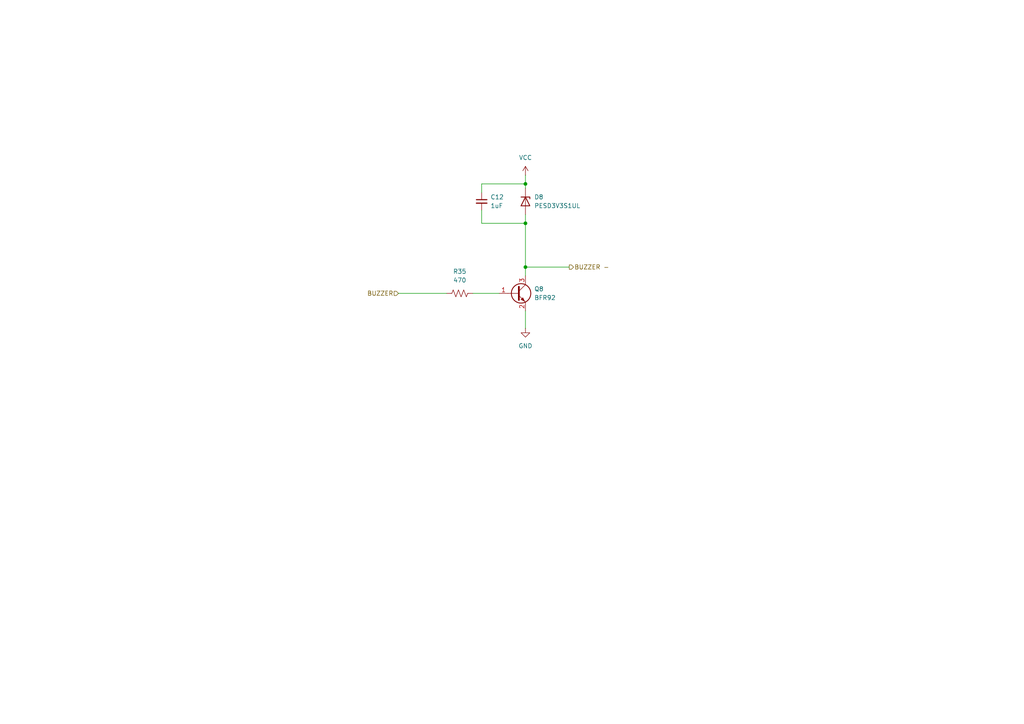
<source format=kicad_sch>
(kicad_sch
	(version 20250114)
	(generator "eeschema")
	(generator_version "9.0")
	(uuid "0cab415d-2c16-4f54-a2c8-b9844aac01d8")
	(paper "A4")
	(lib_symbols
		(symbol "Device:C_Small"
			(pin_numbers
				(hide yes)
			)
			(pin_names
				(offset 0.254)
				(hide yes)
			)
			(exclude_from_sim no)
			(in_bom yes)
			(on_board yes)
			(property "Reference" "C"
				(at 0.254 1.778 0)
				(effects
					(font
						(size 1.27 1.27)
					)
					(justify left)
				)
			)
			(property "Value" "C_Small"
				(at 0.254 -2.032 0)
				(effects
					(font
						(size 1.27 1.27)
					)
					(justify left)
				)
			)
			(property "Footprint" ""
				(at 0 0 0)
				(effects
					(font
						(size 1.27 1.27)
					)
					(hide yes)
				)
			)
			(property "Datasheet" "~"
				(at 0 0 0)
				(effects
					(font
						(size 1.27 1.27)
					)
					(hide yes)
				)
			)
			(property "Description" "Unpolarized capacitor, small symbol"
				(at 0 0 0)
				(effects
					(font
						(size 1.27 1.27)
					)
					(hide yes)
				)
			)
			(property "ki_keywords" "capacitor cap"
				(at 0 0 0)
				(effects
					(font
						(size 1.27 1.27)
					)
					(hide yes)
				)
			)
			(property "ki_fp_filters" "C_*"
				(at 0 0 0)
				(effects
					(font
						(size 1.27 1.27)
					)
					(hide yes)
				)
			)
			(symbol "C_Small_0_1"
				(polyline
					(pts
						(xy -1.524 0.508) (xy 1.524 0.508)
					)
					(stroke
						(width 0.3048)
						(type default)
					)
					(fill
						(type none)
					)
				)
				(polyline
					(pts
						(xy -1.524 -0.508) (xy 1.524 -0.508)
					)
					(stroke
						(width 0.3302)
						(type default)
					)
					(fill
						(type none)
					)
				)
			)
			(symbol "C_Small_1_1"
				(pin passive line
					(at 0 2.54 270)
					(length 2.032)
					(name "~"
						(effects
							(font
								(size 1.27 1.27)
							)
						)
					)
					(number "1"
						(effects
							(font
								(size 1.27 1.27)
							)
						)
					)
				)
				(pin passive line
					(at 0 -2.54 90)
					(length 2.032)
					(name "~"
						(effects
							(font
								(size 1.27 1.27)
							)
						)
					)
					(number "2"
						(effects
							(font
								(size 1.27 1.27)
							)
						)
					)
				)
			)
			(embedded_fonts no)
		)
		(symbol "Device:R_US"
			(pin_numbers
				(hide yes)
			)
			(pin_names
				(offset 0)
			)
			(exclude_from_sim no)
			(in_bom yes)
			(on_board yes)
			(property "Reference" "R"
				(at 2.54 0 90)
				(effects
					(font
						(size 1.27 1.27)
					)
				)
			)
			(property "Value" "R_US"
				(at -2.54 0 90)
				(effects
					(font
						(size 1.27 1.27)
					)
				)
			)
			(property "Footprint" ""
				(at 1.016 -0.254 90)
				(effects
					(font
						(size 1.27 1.27)
					)
					(hide yes)
				)
			)
			(property "Datasheet" "~"
				(at 0 0 0)
				(effects
					(font
						(size 1.27 1.27)
					)
					(hide yes)
				)
			)
			(property "Description" "Resistor, US symbol"
				(at 0 0 0)
				(effects
					(font
						(size 1.27 1.27)
					)
					(hide yes)
				)
			)
			(property "ki_keywords" "R res resistor"
				(at 0 0 0)
				(effects
					(font
						(size 1.27 1.27)
					)
					(hide yes)
				)
			)
			(property "ki_fp_filters" "R_*"
				(at 0 0 0)
				(effects
					(font
						(size 1.27 1.27)
					)
					(hide yes)
				)
			)
			(symbol "R_US_0_1"
				(polyline
					(pts
						(xy 0 2.286) (xy 0 2.54)
					)
					(stroke
						(width 0)
						(type default)
					)
					(fill
						(type none)
					)
				)
				(polyline
					(pts
						(xy 0 2.286) (xy 1.016 1.905) (xy 0 1.524) (xy -1.016 1.143) (xy 0 0.762)
					)
					(stroke
						(width 0)
						(type default)
					)
					(fill
						(type none)
					)
				)
				(polyline
					(pts
						(xy 0 0.762) (xy 1.016 0.381) (xy 0 0) (xy -1.016 -0.381) (xy 0 -0.762)
					)
					(stroke
						(width 0)
						(type default)
					)
					(fill
						(type none)
					)
				)
				(polyline
					(pts
						(xy 0 -0.762) (xy 1.016 -1.143) (xy 0 -1.524) (xy -1.016 -1.905) (xy 0 -2.286)
					)
					(stroke
						(width 0)
						(type default)
					)
					(fill
						(type none)
					)
				)
				(polyline
					(pts
						(xy 0 -2.286) (xy 0 -2.54)
					)
					(stroke
						(width 0)
						(type default)
					)
					(fill
						(type none)
					)
				)
			)
			(symbol "R_US_1_1"
				(pin passive line
					(at 0 3.81 270)
					(length 1.27)
					(name "~"
						(effects
							(font
								(size 1.27 1.27)
							)
						)
					)
					(number "1"
						(effects
							(font
								(size 1.27 1.27)
							)
						)
					)
				)
				(pin passive line
					(at 0 -3.81 90)
					(length 1.27)
					(name "~"
						(effects
							(font
								(size 1.27 1.27)
							)
						)
					)
					(number "2"
						(effects
							(font
								(size 1.27 1.27)
							)
						)
					)
				)
			)
			(embedded_fonts no)
		)
		(symbol "Diode:PESD3V3S1UL"
			(pin_numbers
				(hide yes)
			)
			(pin_names
				(hide yes)
			)
			(exclude_from_sim no)
			(in_bom yes)
			(on_board yes)
			(property "Reference" "D"
				(at 0 2.54 0)
				(effects
					(font
						(size 1.27 1.27)
					)
				)
			)
			(property "Value" "PESD3V3S1UL"
				(at 0 -2.54 0)
				(effects
					(font
						(size 1.27 1.27)
					)
				)
			)
			(property "Footprint" "Diode_SMD:D_SOD-882"
				(at 0 -5.08 0)
				(effects
					(font
						(size 1.27 1.27)
					)
					(hide yes)
				)
			)
			(property "Datasheet" "https://assets.nexperia.com/documents/data-sheet/PESD3V3S1UL.pdf"
				(at 0 5.08 0)
				(effects
					(font
						(size 1.27 1.27)
					)
					(hide yes)
				)
			)
			(property "Description" "Unidirectional ESD protection diode, 3.3V, SOD-882"
				(at 0 7.62 0)
				(effects
					(font
						(size 1.27 1.27)
					)
					(hide yes)
				)
			)
			(property "ki_keywords" "diode"
				(at 0 0 0)
				(effects
					(font
						(size 1.27 1.27)
					)
					(hide yes)
				)
			)
			(property "ki_fp_filters" "D*SOD?882"
				(at 0 0 0)
				(effects
					(font
						(size 1.27 1.27)
					)
					(hide yes)
				)
			)
			(symbol "PESD3V3S1UL_0_1"
				(polyline
					(pts
						(xy -1.27 -1.27) (xy -1.27 1.27) (xy -0.762 1.27)
					)
					(stroke
						(width 0.254)
						(type default)
					)
					(fill
						(type none)
					)
				)
				(polyline
					(pts
						(xy 1.27 0) (xy -1.27 0)
					)
					(stroke
						(width 0)
						(type default)
					)
					(fill
						(type none)
					)
				)
				(polyline
					(pts
						(xy 1.27 -1.27) (xy 1.27 1.27) (xy -1.27 0) (xy 1.27 -1.27)
					)
					(stroke
						(width 0.254)
						(type default)
					)
					(fill
						(type none)
					)
				)
			)
			(symbol "PESD3V3S1UL_1_1"
				(pin passive line
					(at -3.81 0 0)
					(length 2.54)
					(name "K"
						(effects
							(font
								(size 1.27 1.27)
							)
						)
					)
					(number "1"
						(effects
							(font
								(size 1.27 1.27)
							)
						)
					)
				)
				(pin passive line
					(at 3.81 0 180)
					(length 2.54)
					(name "A"
						(effects
							(font
								(size 1.27 1.27)
							)
						)
					)
					(number "2"
						(effects
							(font
								(size 1.27 1.27)
							)
						)
					)
				)
			)
			(embedded_fonts no)
		)
		(symbol "Transistor_BJT:BFR92"
			(pin_names
				(offset 0)
				(hide yes)
			)
			(exclude_from_sim no)
			(in_bom yes)
			(on_board yes)
			(property "Reference" "Q"
				(at 5.08 1.905 0)
				(effects
					(font
						(size 1.27 1.27)
					)
					(justify left)
				)
			)
			(property "Value" "BFR92"
				(at 5.08 0 0)
				(effects
					(font
						(size 1.27 1.27)
					)
					(justify left)
				)
			)
			(property "Footprint" "Package_TO_SOT_SMD:SOT-323_SC-70"
				(at 5.08 -1.905 0)
				(effects
					(font
						(size 1.27 1.27)
						(italic yes)
					)
					(justify left)
					(hide yes)
				)
			)
			(property "Datasheet" "https://assets.nexperia.com/documents/data-sheet/BFR92A_N.pdf"
				(at 0 0 0)
				(effects
					(font
						(size 1.27 1.27)
					)
					(justify left)
					(hide yes)
				)
			)
			(property "Description" "0.025A Ic, 15V Vce, 5GHz Wideband NPN Transistor, SOT-323"
				(at 0 0 0)
				(effects
					(font
						(size 1.27 1.27)
					)
					(hide yes)
				)
			)
			(property "ki_keywords" "RF 5GHz NPN Transistor"
				(at 0 0 0)
				(effects
					(font
						(size 1.27 1.27)
					)
					(hide yes)
				)
			)
			(property "ki_fp_filters" "SOT?323*"
				(at 0 0 0)
				(effects
					(font
						(size 1.27 1.27)
					)
					(hide yes)
				)
			)
			(symbol "BFR92_0_1"
				(polyline
					(pts
						(xy -2.54 0) (xy 0.635 0)
					)
					(stroke
						(width 0)
						(type default)
					)
					(fill
						(type none)
					)
				)
				(polyline
					(pts
						(xy 0.635 1.905) (xy 0.635 -1.905)
					)
					(stroke
						(width 0.508)
						(type default)
					)
					(fill
						(type none)
					)
				)
				(circle
					(center 1.27 0)
					(radius 2.8194)
					(stroke
						(width 0.254)
						(type default)
					)
					(fill
						(type none)
					)
				)
			)
			(symbol "BFR92_1_1"
				(polyline
					(pts
						(xy 0.635 0.635) (xy 2.54 2.54)
					)
					(stroke
						(width 0)
						(type default)
					)
					(fill
						(type none)
					)
				)
				(polyline
					(pts
						(xy 0.635 -0.635) (xy 2.54 -2.54)
					)
					(stroke
						(width 0)
						(type default)
					)
					(fill
						(type none)
					)
				)
				(polyline
					(pts
						(xy 1.27 -1.778) (xy 1.778 -1.27) (xy 2.286 -2.286) (xy 1.27 -1.778)
					)
					(stroke
						(width 0)
						(type default)
					)
					(fill
						(type outline)
					)
				)
				(pin input line
					(at -5.08 0 0)
					(length 2.54)
					(name "B"
						(effects
							(font
								(size 1.27 1.27)
							)
						)
					)
					(number "1"
						(effects
							(font
								(size 1.27 1.27)
							)
						)
					)
				)
				(pin passive line
					(at 2.54 5.08 270)
					(length 2.54)
					(name "C"
						(effects
							(font
								(size 1.27 1.27)
							)
						)
					)
					(number "3"
						(effects
							(font
								(size 1.27 1.27)
							)
						)
					)
				)
				(pin passive line
					(at 2.54 -5.08 90)
					(length 2.54)
					(name "E"
						(effects
							(font
								(size 1.27 1.27)
							)
						)
					)
					(number "2"
						(effects
							(font
								(size 1.27 1.27)
							)
						)
					)
				)
			)
			(embedded_fonts no)
		)
		(symbol "power:GND"
			(power)
			(pin_numbers
				(hide yes)
			)
			(pin_names
				(offset 0)
				(hide yes)
			)
			(exclude_from_sim no)
			(in_bom yes)
			(on_board yes)
			(property "Reference" "#PWR"
				(at 0 -6.35 0)
				(effects
					(font
						(size 1.27 1.27)
					)
					(hide yes)
				)
			)
			(property "Value" "GND"
				(at 0 -3.81 0)
				(effects
					(font
						(size 1.27 1.27)
					)
				)
			)
			(property "Footprint" ""
				(at 0 0 0)
				(effects
					(font
						(size 1.27 1.27)
					)
					(hide yes)
				)
			)
			(property "Datasheet" ""
				(at 0 0 0)
				(effects
					(font
						(size 1.27 1.27)
					)
					(hide yes)
				)
			)
			(property "Description" "Power symbol creates a global label with name \"GND\" , ground"
				(at 0 0 0)
				(effects
					(font
						(size 1.27 1.27)
					)
					(hide yes)
				)
			)
			(property "ki_keywords" "global power"
				(at 0 0 0)
				(effects
					(font
						(size 1.27 1.27)
					)
					(hide yes)
				)
			)
			(symbol "GND_0_1"
				(polyline
					(pts
						(xy 0 0) (xy 0 -1.27) (xy 1.27 -1.27) (xy 0 -2.54) (xy -1.27 -1.27) (xy 0 -1.27)
					)
					(stroke
						(width 0)
						(type default)
					)
					(fill
						(type none)
					)
				)
			)
			(symbol "GND_1_1"
				(pin power_in line
					(at 0 0 270)
					(length 0)
					(name "~"
						(effects
							(font
								(size 1.27 1.27)
							)
						)
					)
					(number "1"
						(effects
							(font
								(size 1.27 1.27)
							)
						)
					)
				)
			)
			(embedded_fonts no)
		)
		(symbol "power:VCC"
			(power)
			(pin_numbers
				(hide yes)
			)
			(pin_names
				(offset 0)
				(hide yes)
			)
			(exclude_from_sim no)
			(in_bom yes)
			(on_board yes)
			(property "Reference" "#PWR"
				(at 0 -3.81 0)
				(effects
					(font
						(size 1.27 1.27)
					)
					(hide yes)
				)
			)
			(property "Value" "VCC"
				(at 0 3.556 0)
				(effects
					(font
						(size 1.27 1.27)
					)
				)
			)
			(property "Footprint" ""
				(at 0 0 0)
				(effects
					(font
						(size 1.27 1.27)
					)
					(hide yes)
				)
			)
			(property "Datasheet" ""
				(at 0 0 0)
				(effects
					(font
						(size 1.27 1.27)
					)
					(hide yes)
				)
			)
			(property "Description" "Power symbol creates a global label with name \"VCC\""
				(at 0 0 0)
				(effects
					(font
						(size 1.27 1.27)
					)
					(hide yes)
				)
			)
			(property "ki_keywords" "global power"
				(at 0 0 0)
				(effects
					(font
						(size 1.27 1.27)
					)
					(hide yes)
				)
			)
			(symbol "VCC_0_1"
				(polyline
					(pts
						(xy -0.762 1.27) (xy 0 2.54)
					)
					(stroke
						(width 0)
						(type default)
					)
					(fill
						(type none)
					)
				)
				(polyline
					(pts
						(xy 0 2.54) (xy 0.762 1.27)
					)
					(stroke
						(width 0)
						(type default)
					)
					(fill
						(type none)
					)
				)
				(polyline
					(pts
						(xy 0 0) (xy 0 2.54)
					)
					(stroke
						(width 0)
						(type default)
					)
					(fill
						(type none)
					)
				)
			)
			(symbol "VCC_1_1"
				(pin power_in line
					(at 0 0 90)
					(length 0)
					(name "~"
						(effects
							(font
								(size 1.27 1.27)
							)
						)
					)
					(number "1"
						(effects
							(font
								(size 1.27 1.27)
							)
						)
					)
				)
			)
			(embedded_fonts no)
		)
	)
	(junction
		(at 152.4 64.77)
		(diameter 0)
		(color 0 0 0 0)
		(uuid "2125ba1f-5a65-4293-bf6e-7acc47cd15d3")
	)
	(junction
		(at 152.4 77.47)
		(diameter 0)
		(color 0 0 0 0)
		(uuid "5a078286-49f4-43ea-808a-54c3f59e2a68")
	)
	(junction
		(at 152.4 53.34)
		(diameter 0)
		(color 0 0 0 0)
		(uuid "e58a7054-794c-4d85-8cbb-ddf6ca9e1839")
	)
	(wire
		(pts
			(xy 152.4 64.77) (xy 152.4 77.47)
		)
		(stroke
			(width 0)
			(type default)
		)
		(uuid "0367cc98-784f-44c4-8d7d-dee01804b1c7")
	)
	(wire
		(pts
			(xy 152.4 77.47) (xy 152.4 80.01)
		)
		(stroke
			(width 0)
			(type default)
		)
		(uuid "6d08d987-8796-40d6-9f20-a3ff92589cbd")
	)
	(wire
		(pts
			(xy 152.4 90.17) (xy 152.4 95.25)
		)
		(stroke
			(width 0)
			(type default)
		)
		(uuid "6d9b88f7-8617-4dc8-b1ae-40c53a235089")
	)
	(wire
		(pts
			(xy 139.7 55.88) (xy 139.7 53.34)
		)
		(stroke
			(width 0)
			(type default)
		)
		(uuid "85a75fed-b79b-461a-bfeb-9aec59e85296")
	)
	(wire
		(pts
			(xy 115.57 85.09) (xy 129.54 85.09)
		)
		(stroke
			(width 0)
			(type default)
		)
		(uuid "8b7668dc-3b56-4750-9667-10222a298fbd")
	)
	(wire
		(pts
			(xy 139.7 53.34) (xy 152.4 53.34)
		)
		(stroke
			(width 0)
			(type default)
		)
		(uuid "91d5c193-aa2f-4c59-85b1-f89e3dacbb63")
	)
	(wire
		(pts
			(xy 152.4 50.8) (xy 152.4 53.34)
		)
		(stroke
			(width 0)
			(type default)
		)
		(uuid "c10d150c-3830-4099-a7c8-791f4d37c635")
	)
	(wire
		(pts
			(xy 139.7 64.77) (xy 152.4 64.77)
		)
		(stroke
			(width 0)
			(type default)
		)
		(uuid "c2a0cafd-aa26-448b-b3f2-a1081eff6fbb")
	)
	(wire
		(pts
			(xy 152.4 62.23) (xy 152.4 64.77)
		)
		(stroke
			(width 0)
			(type default)
		)
		(uuid "c4797020-7e53-4686-89bd-389fa22ccd63")
	)
	(wire
		(pts
			(xy 152.4 53.34) (xy 152.4 54.61)
		)
		(stroke
			(width 0)
			(type default)
		)
		(uuid "dcf511eb-3cce-46c6-ad9c-0ba2621a36a4")
	)
	(wire
		(pts
			(xy 139.7 60.96) (xy 139.7 64.77)
		)
		(stroke
			(width 0)
			(type default)
		)
		(uuid "de09a3cb-3443-4fcd-987d-8899b2fdd528")
	)
	(wire
		(pts
			(xy 137.16 85.09) (xy 144.78 85.09)
		)
		(stroke
			(width 0)
			(type default)
		)
		(uuid "e5fd917c-3659-44ec-8fe9-36f150b9ded6")
	)
	(wire
		(pts
			(xy 152.4 77.47) (xy 165.1 77.47)
		)
		(stroke
			(width 0)
			(type default)
		)
		(uuid "ffb22b75-10eb-4467-8014-1ad09dffb180")
	)
	(hierarchical_label "BUZZER"
		(shape input)
		(at 115.57 85.09 180)
		(effects
			(font
				(size 1.27 1.27)
			)
			(justify right)
		)
		(uuid "24be95f0-3936-4dbb-8d5b-8a7078859758")
	)
	(hierarchical_label "BUZZER -"
		(shape output)
		(at 165.1 77.47 0)
		(effects
			(font
				(size 1.27 1.27)
			)
			(justify left)
		)
		(uuid "770399d4-eb63-44a1-87f0-2a297f3b1e5d")
	)
	(symbol
		(lib_id "Transistor_BJT:BFR92")
		(at 149.86 85.09 0)
		(unit 1)
		(exclude_from_sim no)
		(in_bom yes)
		(on_board yes)
		(dnp no)
		(fields_autoplaced yes)
		(uuid "1cc739eb-fde0-4b74-a57b-b1d6d2a35161")
		(property "Reference" "Q8"
			(at 154.94 83.8199 0)
			(effects
				(font
					(size 1.27 1.27)
				)
				(justify left)
			)
		)
		(property "Value" "BFR92"
			(at 154.94 86.3599 0)
			(effects
				(font
					(size 1.27 1.27)
				)
				(justify left)
			)
		)
		(property "Footprint" "Package_TO_SOT_SMD:SOT-323_SC-70"
			(at 154.94 86.995 0)
			(effects
				(font
					(size 1.27 1.27)
					(italic yes)
				)
				(justify left)
				(hide yes)
			)
		)
		(property "Datasheet" "https://assets.nexperia.com/documents/data-sheet/BFR92A_N.pdf"
			(at 149.86 85.09 0)
			(effects
				(font
					(size 1.27 1.27)
				)
				(justify left)
				(hide yes)
			)
		)
		(property "Description" "0.025A Ic, 15V Vce, 5GHz Wideband NPN Transistor, SOT-323"
			(at 149.86 85.09 0)
			(effects
				(font
					(size 1.27 1.27)
				)
				(hide yes)
			)
		)
		(pin "2"
			(uuid "03f32dcc-2eaf-4eb1-b408-c7a3023315c2")
		)
		(pin "1"
			(uuid "b3bc6d16-0ea0-4886-a92f-1a3eff5dd75f")
		)
		(pin "3"
			(uuid "30859cbb-6ad2-41ee-8ed6-68f816b3e1f9")
		)
		(instances
			(project "micro_portonautomatico"
				(path "/da1145e1-2c07-4dac-8610-a797132a4086/8b49da45-845a-4e7e-a7fe-429c55383e8c/09e59ffd-dfa3-410f-80df-7f6b336d8728"
					(reference "Q8")
					(unit 1)
				)
			)
		)
	)
	(symbol
		(lib_id "Diode:PESD3V3S1UL")
		(at 152.4 58.42 270)
		(unit 1)
		(exclude_from_sim no)
		(in_bom yes)
		(on_board yes)
		(dnp no)
		(fields_autoplaced yes)
		(uuid "33b388f9-e739-4a97-9434-5bb0f1fc6d99")
		(property "Reference" "D8"
			(at 154.94 57.1499 90)
			(effects
				(font
					(size 1.27 1.27)
				)
				(justify left)
			)
		)
		(property "Value" "PESD3V3S1UL"
			(at 154.94 59.6899 90)
			(effects
				(font
					(size 1.27 1.27)
				)
				(justify left)
			)
		)
		(property "Footprint" "Diode_SMD:D_SOD-882"
			(at 147.32 58.42 0)
			(effects
				(font
					(size 1.27 1.27)
				)
				(hide yes)
			)
		)
		(property "Datasheet" "https://assets.nexperia.com/documents/data-sheet/PESD3V3S1UL.pdf"
			(at 157.48 58.42 0)
			(effects
				(font
					(size 1.27 1.27)
				)
				(hide yes)
			)
		)
		(property "Description" "Unidirectional ESD protection diode, 3.3V, SOD-882"
			(at 160.02 58.42 0)
			(effects
				(font
					(size 1.27 1.27)
				)
				(hide yes)
			)
		)
		(pin "2"
			(uuid "06d4cabd-fc8f-470c-8186-6ca7eb450c32")
		)
		(pin "1"
			(uuid "14808fd9-aa2c-4592-8431-e5786fe230d4")
		)
		(instances
			(project "micro_portonautomatico"
				(path "/da1145e1-2c07-4dac-8610-a797132a4086/8b49da45-845a-4e7e-a7fe-429c55383e8c/09e59ffd-dfa3-410f-80df-7f6b336d8728"
					(reference "D8")
					(unit 1)
				)
			)
		)
	)
	(symbol
		(lib_id "Device:R_US")
		(at 133.35 85.09 90)
		(unit 1)
		(exclude_from_sim no)
		(in_bom yes)
		(on_board yes)
		(dnp no)
		(fields_autoplaced yes)
		(uuid "41215656-f56e-4d7f-887d-505bf6cada66")
		(property "Reference" "R35"
			(at 133.35 78.74 90)
			(effects
				(font
					(size 1.27 1.27)
				)
			)
		)
		(property "Value" "470"
			(at 133.35 81.28 90)
			(effects
				(font
					(size 1.27 1.27)
				)
			)
		)
		(property "Footprint" "Resistor_SMD:R_0603_1608Metric"
			(at 133.604 84.074 90)
			(effects
				(font
					(size 1.27 1.27)
				)
				(hide yes)
			)
		)
		(property "Datasheet" "~"
			(at 133.35 85.09 0)
			(effects
				(font
					(size 1.27 1.27)
				)
				(hide yes)
			)
		)
		(property "Description" "Resistor, US symbol"
			(at 133.35 85.09 0)
			(effects
				(font
					(size 1.27 1.27)
				)
				(hide yes)
			)
		)
		(pin "2"
			(uuid "9e9f04c2-4052-4862-98c2-65138a2a9647")
		)
		(pin "1"
			(uuid "bb0ba8db-409a-4330-b255-dbc75fed6607")
		)
		(instances
			(project "micro_portonautomatico"
				(path "/da1145e1-2c07-4dac-8610-a797132a4086/8b49da45-845a-4e7e-a7fe-429c55383e8c/09e59ffd-dfa3-410f-80df-7f6b336d8728"
					(reference "R35")
					(unit 1)
				)
			)
		)
	)
	(symbol
		(lib_id "Device:C_Small")
		(at 139.7 58.42 0)
		(unit 1)
		(exclude_from_sim no)
		(in_bom yes)
		(on_board yes)
		(dnp no)
		(fields_autoplaced yes)
		(uuid "81cf7ac0-7c56-4796-b213-0c687032f6d8")
		(property "Reference" "C12"
			(at 142.24 57.1562 0)
			(effects
				(font
					(size 1.27 1.27)
				)
				(justify left)
			)
		)
		(property "Value" "1uF"
			(at 142.24 59.6962 0)
			(effects
				(font
					(size 1.27 1.27)
				)
				(justify left)
			)
		)
		(property "Footprint" "Capacitor_SMD:C_0201_0603Metric"
			(at 139.7 58.42 0)
			(effects
				(font
					(size 1.27 1.27)
				)
				(hide yes)
			)
		)
		(property "Datasheet" "~"
			(at 139.7 58.42 0)
			(effects
				(font
					(size 1.27 1.27)
				)
				(hide yes)
			)
		)
		(property "Description" "Unpolarized capacitor, small symbol"
			(at 139.7 58.42 0)
			(effects
				(font
					(size 1.27 1.27)
				)
				(hide yes)
			)
		)
		(pin "1"
			(uuid "5b01dd69-170d-4807-bb60-db5b27679be1")
		)
		(pin "2"
			(uuid "7f7d430e-5e21-40b7-9f9c-76ab6face03e")
		)
		(instances
			(project "micro_portonautomatico"
				(path "/da1145e1-2c07-4dac-8610-a797132a4086/8b49da45-845a-4e7e-a7fe-429c55383e8c/09e59ffd-dfa3-410f-80df-7f6b336d8728"
					(reference "C12")
					(unit 1)
				)
			)
		)
	)
	(symbol
		(lib_id "power:GND")
		(at 152.4 95.25 0)
		(unit 1)
		(exclude_from_sim no)
		(in_bom yes)
		(on_board yes)
		(dnp no)
		(fields_autoplaced yes)
		(uuid "b10517fa-be89-4ecb-9de5-8b8e0480b748")
		(property "Reference" "#PWR052"
			(at 152.4 101.6 0)
			(effects
				(font
					(size 1.27 1.27)
				)
				(hide yes)
			)
		)
		(property "Value" "GND"
			(at 152.4 100.33 0)
			(effects
				(font
					(size 1.27 1.27)
				)
			)
		)
		(property "Footprint" ""
			(at 152.4 95.25 0)
			(effects
				(font
					(size 1.27 1.27)
				)
				(hide yes)
			)
		)
		(property "Datasheet" ""
			(at 152.4 95.25 0)
			(effects
				(font
					(size 1.27 1.27)
				)
				(hide yes)
			)
		)
		(property "Description" "Power symbol creates a global label with name \"GND\" , ground"
			(at 152.4 95.25 0)
			(effects
				(font
					(size 1.27 1.27)
				)
				(hide yes)
			)
		)
		(pin "1"
			(uuid "fa534bc1-c61c-45d2-a1eb-407b08861ab3")
		)
		(instances
			(project "micro_portonautomatico"
				(path "/da1145e1-2c07-4dac-8610-a797132a4086/8b49da45-845a-4e7e-a7fe-429c55383e8c/09e59ffd-dfa3-410f-80df-7f6b336d8728"
					(reference "#PWR052")
					(unit 1)
				)
			)
		)
	)
	(symbol
		(lib_id "power:VCC")
		(at 152.4 50.8 0)
		(unit 1)
		(exclude_from_sim no)
		(in_bom yes)
		(on_board yes)
		(dnp no)
		(fields_autoplaced yes)
		(uuid "c4ac4fdd-3366-408f-8c6e-6a2e8e2689a6")
		(property "Reference" "#PWR053"
			(at 152.4 54.61 0)
			(effects
				(font
					(size 1.27 1.27)
				)
				(hide yes)
			)
		)
		(property "Value" "VCC"
			(at 152.4 45.72 0)
			(effects
				(font
					(size 1.27 1.27)
				)
			)
		)
		(property "Footprint" ""
			(at 152.4 50.8 0)
			(effects
				(font
					(size 1.27 1.27)
				)
				(hide yes)
			)
		)
		(property "Datasheet" ""
			(at 152.4 50.8 0)
			(effects
				(font
					(size 1.27 1.27)
				)
				(hide yes)
			)
		)
		(property "Description" "Power symbol creates a global label with name \"VCC\""
			(at 152.4 50.8 0)
			(effects
				(font
					(size 1.27 1.27)
				)
				(hide yes)
			)
		)
		(pin "1"
			(uuid "4d361d84-c7c3-4f52-86b3-8c133913b159")
		)
		(instances
			(project "micro_portonautomatico"
				(path "/da1145e1-2c07-4dac-8610-a797132a4086/8b49da45-845a-4e7e-a7fe-429c55383e8c/09e59ffd-dfa3-410f-80df-7f6b336d8728"
					(reference "#PWR053")
					(unit 1)
				)
			)
		)
	)
)

</source>
